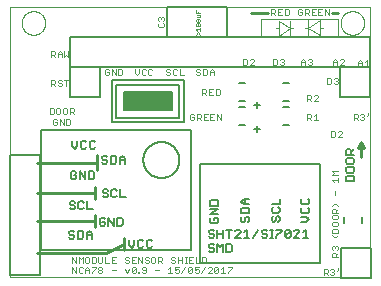
<source format=gto>
G75*
%MOIN*%
%OFA0B0*%
%FSLAX25Y25*%
%IPPOS*%
%LPD*%
%AMOC8*
5,1,8,0,0,1.08239X$1,22.5*
%
%ADD10C,0.00000*%
%ADD11C,0.00400*%
%ADD12C,0.00500*%
%ADD13C,0.01000*%
%ADD14C,0.00200*%
%ADD15C,0.00236*%
D10*
X0001500Y0011270D02*
X0001500Y0101270D01*
X0121500Y0101270D01*
X0121500Y0011270D01*
X0001500Y0011270D01*
X0005437Y0095916D02*
X0005439Y0096041D01*
X0005445Y0096166D01*
X0005455Y0096290D01*
X0005469Y0096414D01*
X0005486Y0096538D01*
X0005508Y0096661D01*
X0005534Y0096783D01*
X0005563Y0096905D01*
X0005596Y0097025D01*
X0005634Y0097144D01*
X0005674Y0097263D01*
X0005719Y0097379D01*
X0005767Y0097494D01*
X0005819Y0097608D01*
X0005875Y0097720D01*
X0005934Y0097830D01*
X0005996Y0097938D01*
X0006062Y0098045D01*
X0006131Y0098149D01*
X0006204Y0098250D01*
X0006279Y0098350D01*
X0006358Y0098447D01*
X0006440Y0098541D01*
X0006525Y0098633D01*
X0006612Y0098722D01*
X0006703Y0098808D01*
X0006796Y0098891D01*
X0006892Y0098972D01*
X0006990Y0099049D01*
X0007090Y0099123D01*
X0007193Y0099194D01*
X0007298Y0099261D01*
X0007406Y0099326D01*
X0007515Y0099386D01*
X0007626Y0099444D01*
X0007739Y0099497D01*
X0007853Y0099547D01*
X0007969Y0099594D01*
X0008086Y0099636D01*
X0008205Y0099675D01*
X0008325Y0099711D01*
X0008446Y0099742D01*
X0008568Y0099770D01*
X0008690Y0099793D01*
X0008814Y0099813D01*
X0008938Y0099829D01*
X0009062Y0099841D01*
X0009187Y0099849D01*
X0009312Y0099853D01*
X0009436Y0099853D01*
X0009561Y0099849D01*
X0009686Y0099841D01*
X0009810Y0099829D01*
X0009934Y0099813D01*
X0010058Y0099793D01*
X0010180Y0099770D01*
X0010302Y0099742D01*
X0010423Y0099711D01*
X0010543Y0099675D01*
X0010662Y0099636D01*
X0010779Y0099594D01*
X0010895Y0099547D01*
X0011009Y0099497D01*
X0011122Y0099444D01*
X0011233Y0099386D01*
X0011343Y0099326D01*
X0011450Y0099261D01*
X0011555Y0099194D01*
X0011658Y0099123D01*
X0011758Y0099049D01*
X0011856Y0098972D01*
X0011952Y0098891D01*
X0012045Y0098808D01*
X0012136Y0098722D01*
X0012223Y0098633D01*
X0012308Y0098541D01*
X0012390Y0098447D01*
X0012469Y0098350D01*
X0012544Y0098250D01*
X0012617Y0098149D01*
X0012686Y0098045D01*
X0012752Y0097938D01*
X0012814Y0097830D01*
X0012873Y0097720D01*
X0012929Y0097608D01*
X0012981Y0097494D01*
X0013029Y0097379D01*
X0013074Y0097263D01*
X0013114Y0097144D01*
X0013152Y0097025D01*
X0013185Y0096905D01*
X0013214Y0096783D01*
X0013240Y0096661D01*
X0013262Y0096538D01*
X0013279Y0096414D01*
X0013293Y0096290D01*
X0013303Y0096166D01*
X0013309Y0096041D01*
X0013311Y0095916D01*
X0013309Y0095791D01*
X0013303Y0095666D01*
X0013293Y0095542D01*
X0013279Y0095418D01*
X0013262Y0095294D01*
X0013240Y0095171D01*
X0013214Y0095049D01*
X0013185Y0094927D01*
X0013152Y0094807D01*
X0013114Y0094688D01*
X0013074Y0094569D01*
X0013029Y0094453D01*
X0012981Y0094338D01*
X0012929Y0094224D01*
X0012873Y0094112D01*
X0012814Y0094002D01*
X0012752Y0093894D01*
X0012686Y0093787D01*
X0012617Y0093683D01*
X0012544Y0093582D01*
X0012469Y0093482D01*
X0012390Y0093385D01*
X0012308Y0093291D01*
X0012223Y0093199D01*
X0012136Y0093110D01*
X0012045Y0093024D01*
X0011952Y0092941D01*
X0011856Y0092860D01*
X0011758Y0092783D01*
X0011658Y0092709D01*
X0011555Y0092638D01*
X0011450Y0092571D01*
X0011342Y0092506D01*
X0011233Y0092446D01*
X0011122Y0092388D01*
X0011009Y0092335D01*
X0010895Y0092285D01*
X0010779Y0092238D01*
X0010662Y0092196D01*
X0010543Y0092157D01*
X0010423Y0092121D01*
X0010302Y0092090D01*
X0010180Y0092062D01*
X0010058Y0092039D01*
X0009934Y0092019D01*
X0009810Y0092003D01*
X0009686Y0091991D01*
X0009561Y0091983D01*
X0009436Y0091979D01*
X0009312Y0091979D01*
X0009187Y0091983D01*
X0009062Y0091991D01*
X0008938Y0092003D01*
X0008814Y0092019D01*
X0008690Y0092039D01*
X0008568Y0092062D01*
X0008446Y0092090D01*
X0008325Y0092121D01*
X0008205Y0092157D01*
X0008086Y0092196D01*
X0007969Y0092238D01*
X0007853Y0092285D01*
X0007739Y0092335D01*
X0007626Y0092388D01*
X0007515Y0092446D01*
X0007405Y0092506D01*
X0007298Y0092571D01*
X0007193Y0092638D01*
X0007090Y0092709D01*
X0006990Y0092783D01*
X0006892Y0092860D01*
X0006796Y0092941D01*
X0006703Y0093024D01*
X0006612Y0093110D01*
X0006525Y0093199D01*
X0006440Y0093291D01*
X0006358Y0093385D01*
X0006279Y0093482D01*
X0006204Y0093582D01*
X0006131Y0093683D01*
X0006062Y0093787D01*
X0005996Y0093894D01*
X0005934Y0094002D01*
X0005875Y0094112D01*
X0005819Y0094224D01*
X0005767Y0094338D01*
X0005719Y0094453D01*
X0005674Y0094569D01*
X0005634Y0094688D01*
X0005596Y0094807D01*
X0005563Y0094927D01*
X0005534Y0095049D01*
X0005508Y0095171D01*
X0005486Y0095294D01*
X0005469Y0095418D01*
X0005455Y0095542D01*
X0005445Y0095666D01*
X0005439Y0095791D01*
X0005437Y0095916D01*
X0111736Y0095916D02*
X0111738Y0096041D01*
X0111744Y0096166D01*
X0111754Y0096290D01*
X0111768Y0096414D01*
X0111785Y0096538D01*
X0111807Y0096661D01*
X0111833Y0096783D01*
X0111862Y0096905D01*
X0111895Y0097025D01*
X0111933Y0097144D01*
X0111973Y0097263D01*
X0112018Y0097379D01*
X0112066Y0097494D01*
X0112118Y0097608D01*
X0112174Y0097720D01*
X0112233Y0097830D01*
X0112295Y0097938D01*
X0112361Y0098045D01*
X0112430Y0098149D01*
X0112503Y0098250D01*
X0112578Y0098350D01*
X0112657Y0098447D01*
X0112739Y0098541D01*
X0112824Y0098633D01*
X0112911Y0098722D01*
X0113002Y0098808D01*
X0113095Y0098891D01*
X0113191Y0098972D01*
X0113289Y0099049D01*
X0113389Y0099123D01*
X0113492Y0099194D01*
X0113597Y0099261D01*
X0113705Y0099326D01*
X0113814Y0099386D01*
X0113925Y0099444D01*
X0114038Y0099497D01*
X0114152Y0099547D01*
X0114268Y0099594D01*
X0114385Y0099636D01*
X0114504Y0099675D01*
X0114624Y0099711D01*
X0114745Y0099742D01*
X0114867Y0099770D01*
X0114989Y0099793D01*
X0115113Y0099813D01*
X0115237Y0099829D01*
X0115361Y0099841D01*
X0115486Y0099849D01*
X0115611Y0099853D01*
X0115735Y0099853D01*
X0115860Y0099849D01*
X0115985Y0099841D01*
X0116109Y0099829D01*
X0116233Y0099813D01*
X0116357Y0099793D01*
X0116479Y0099770D01*
X0116601Y0099742D01*
X0116722Y0099711D01*
X0116842Y0099675D01*
X0116961Y0099636D01*
X0117078Y0099594D01*
X0117194Y0099547D01*
X0117308Y0099497D01*
X0117421Y0099444D01*
X0117532Y0099386D01*
X0117642Y0099326D01*
X0117749Y0099261D01*
X0117854Y0099194D01*
X0117957Y0099123D01*
X0118057Y0099049D01*
X0118155Y0098972D01*
X0118251Y0098891D01*
X0118344Y0098808D01*
X0118435Y0098722D01*
X0118522Y0098633D01*
X0118607Y0098541D01*
X0118689Y0098447D01*
X0118768Y0098350D01*
X0118843Y0098250D01*
X0118916Y0098149D01*
X0118985Y0098045D01*
X0119051Y0097938D01*
X0119113Y0097830D01*
X0119172Y0097720D01*
X0119228Y0097608D01*
X0119280Y0097494D01*
X0119328Y0097379D01*
X0119373Y0097263D01*
X0119413Y0097144D01*
X0119451Y0097025D01*
X0119484Y0096905D01*
X0119513Y0096783D01*
X0119539Y0096661D01*
X0119561Y0096538D01*
X0119578Y0096414D01*
X0119592Y0096290D01*
X0119602Y0096166D01*
X0119608Y0096041D01*
X0119610Y0095916D01*
X0119608Y0095791D01*
X0119602Y0095666D01*
X0119592Y0095542D01*
X0119578Y0095418D01*
X0119561Y0095294D01*
X0119539Y0095171D01*
X0119513Y0095049D01*
X0119484Y0094927D01*
X0119451Y0094807D01*
X0119413Y0094688D01*
X0119373Y0094569D01*
X0119328Y0094453D01*
X0119280Y0094338D01*
X0119228Y0094224D01*
X0119172Y0094112D01*
X0119113Y0094002D01*
X0119051Y0093894D01*
X0118985Y0093787D01*
X0118916Y0093683D01*
X0118843Y0093582D01*
X0118768Y0093482D01*
X0118689Y0093385D01*
X0118607Y0093291D01*
X0118522Y0093199D01*
X0118435Y0093110D01*
X0118344Y0093024D01*
X0118251Y0092941D01*
X0118155Y0092860D01*
X0118057Y0092783D01*
X0117957Y0092709D01*
X0117854Y0092638D01*
X0117749Y0092571D01*
X0117641Y0092506D01*
X0117532Y0092446D01*
X0117421Y0092388D01*
X0117308Y0092335D01*
X0117194Y0092285D01*
X0117078Y0092238D01*
X0116961Y0092196D01*
X0116842Y0092157D01*
X0116722Y0092121D01*
X0116601Y0092090D01*
X0116479Y0092062D01*
X0116357Y0092039D01*
X0116233Y0092019D01*
X0116109Y0092003D01*
X0115985Y0091991D01*
X0115860Y0091983D01*
X0115735Y0091979D01*
X0115611Y0091979D01*
X0115486Y0091983D01*
X0115361Y0091991D01*
X0115237Y0092003D01*
X0115113Y0092019D01*
X0114989Y0092039D01*
X0114867Y0092062D01*
X0114745Y0092090D01*
X0114624Y0092121D01*
X0114504Y0092157D01*
X0114385Y0092196D01*
X0114268Y0092238D01*
X0114152Y0092285D01*
X0114038Y0092335D01*
X0113925Y0092388D01*
X0113814Y0092446D01*
X0113704Y0092506D01*
X0113597Y0092571D01*
X0113492Y0092638D01*
X0113389Y0092709D01*
X0113289Y0092783D01*
X0113191Y0092860D01*
X0113095Y0092941D01*
X0113002Y0093024D01*
X0112911Y0093110D01*
X0112824Y0093199D01*
X0112739Y0093291D01*
X0112657Y0093385D01*
X0112578Y0093482D01*
X0112503Y0093582D01*
X0112430Y0093683D01*
X0112361Y0093787D01*
X0112295Y0093894D01*
X0112233Y0094002D01*
X0112174Y0094112D01*
X0112118Y0094224D01*
X0112066Y0094338D01*
X0112018Y0094453D01*
X0111973Y0094569D01*
X0111933Y0094688D01*
X0111895Y0094807D01*
X0111862Y0094927D01*
X0111833Y0095049D01*
X0111807Y0095171D01*
X0111785Y0095294D01*
X0111768Y0095418D01*
X0111754Y0095542D01*
X0111744Y0095666D01*
X0111738Y0095791D01*
X0111736Y0095916D01*
D11*
X0107874Y0098470D02*
X0107874Y0100472D01*
X0106540Y0100472D02*
X0107874Y0098470D01*
X0106540Y0098470D02*
X0106540Y0100472D01*
X0105664Y0100472D02*
X0104330Y0100472D01*
X0104330Y0098470D01*
X0105664Y0098470D01*
X0104997Y0099471D02*
X0104330Y0099471D01*
X0103454Y0100472D02*
X0102120Y0100472D01*
X0102120Y0098470D01*
X0103454Y0098470D01*
X0102787Y0099471D02*
X0102120Y0099471D01*
X0101244Y0099471D02*
X0101244Y0100138D01*
X0100911Y0100472D01*
X0099910Y0100472D01*
X0099910Y0098470D01*
X0099910Y0099137D02*
X0100911Y0099137D01*
X0101244Y0099471D01*
X0100577Y0099137D02*
X0101244Y0098470D01*
X0099034Y0098804D02*
X0098701Y0098470D01*
X0098034Y0098470D01*
X0097700Y0098804D01*
X0097700Y0100138D01*
X0098034Y0100472D01*
X0098701Y0100472D01*
X0099034Y0100138D01*
X0099034Y0099471D02*
X0098367Y0099471D01*
X0099034Y0099471D02*
X0099034Y0098804D01*
X0094454Y0098804D02*
X0094454Y0100138D01*
X0094121Y0100472D01*
X0093120Y0100472D01*
X0093120Y0098470D01*
X0094121Y0098470D01*
X0094454Y0098804D01*
X0092244Y0098470D02*
X0090910Y0098470D01*
X0090910Y0100472D01*
X0092244Y0100472D01*
X0091577Y0099471D02*
X0090910Y0099471D01*
X0090034Y0099471D02*
X0090034Y0100138D01*
X0089701Y0100472D01*
X0088700Y0100472D01*
X0088700Y0098470D01*
X0088700Y0099137D02*
X0089701Y0099137D01*
X0090034Y0099471D01*
X0089367Y0099137D02*
X0090034Y0098470D01*
X0090201Y0083972D02*
X0089200Y0083972D01*
X0089200Y0081970D01*
X0090201Y0081970D01*
X0090534Y0082304D01*
X0090534Y0083638D01*
X0090201Y0083972D01*
X0091410Y0083638D02*
X0091743Y0083972D01*
X0092411Y0083972D01*
X0092744Y0083638D01*
X0092744Y0083305D01*
X0092411Y0082971D01*
X0092744Y0082637D01*
X0092744Y0082304D01*
X0092411Y0081970D01*
X0091743Y0081970D01*
X0091410Y0082304D01*
X0092077Y0082971D02*
X0092411Y0082971D01*
X0098700Y0082971D02*
X0100034Y0082971D01*
X0100034Y0083305D02*
X0100034Y0081970D01*
X0100910Y0082304D02*
X0101243Y0081970D01*
X0101911Y0081970D01*
X0102244Y0082304D01*
X0102244Y0082637D01*
X0101911Y0082971D01*
X0101577Y0082971D01*
X0101911Y0082971D02*
X0102244Y0083305D01*
X0102244Y0083638D01*
X0101911Y0083972D01*
X0101243Y0083972D01*
X0100910Y0083638D01*
X0100034Y0083305D02*
X0099367Y0083972D01*
X0098700Y0083305D01*
X0098700Y0081970D01*
X0107200Y0077472D02*
X0107200Y0075470D01*
X0108201Y0075470D01*
X0108534Y0075804D01*
X0108534Y0077138D01*
X0108201Y0077472D01*
X0107200Y0077472D01*
X0109410Y0077138D02*
X0109743Y0077472D01*
X0110411Y0077472D01*
X0110744Y0077138D01*
X0110744Y0076805D01*
X0110411Y0076471D01*
X0110744Y0076137D01*
X0110744Y0075804D01*
X0110411Y0075470D01*
X0109743Y0075470D01*
X0109410Y0075804D01*
X0110077Y0076471D02*
X0110411Y0076471D01*
X0110534Y0081970D02*
X0110534Y0083305D01*
X0109867Y0083972D01*
X0109200Y0083305D01*
X0109200Y0081970D01*
X0109200Y0082971D02*
X0110534Y0082971D01*
X0111410Y0083638D02*
X0111743Y0083972D01*
X0112411Y0083972D01*
X0112744Y0083638D01*
X0112744Y0083305D01*
X0111410Y0081970D01*
X0112744Y0081970D01*
X0117700Y0081470D02*
X0117700Y0082805D01*
X0118367Y0083472D01*
X0119034Y0082805D01*
X0119034Y0081470D01*
X0119910Y0081470D02*
X0121244Y0081470D01*
X0120577Y0081470D02*
X0120577Y0083472D01*
X0119910Y0082805D01*
X0119034Y0082471D02*
X0117700Y0082471D01*
X0104244Y0071638D02*
X0103911Y0071972D01*
X0103243Y0071972D01*
X0102910Y0071638D01*
X0102034Y0071638D02*
X0102034Y0070971D01*
X0101701Y0070637D01*
X0100700Y0070637D01*
X0100700Y0069970D02*
X0100700Y0071972D01*
X0101701Y0071972D01*
X0102034Y0071638D01*
X0101367Y0070637D02*
X0102034Y0069970D01*
X0102910Y0069970D02*
X0104244Y0071305D01*
X0104244Y0071638D01*
X0104244Y0069970D02*
X0102910Y0069970D01*
X0103577Y0065472D02*
X0102910Y0064805D01*
X0102034Y0065138D02*
X0102034Y0064471D01*
X0101701Y0064137D01*
X0100700Y0064137D01*
X0100700Y0063470D02*
X0100700Y0065472D01*
X0101701Y0065472D01*
X0102034Y0065138D01*
X0101367Y0064137D02*
X0102034Y0063470D01*
X0102910Y0063470D02*
X0104244Y0063470D01*
X0103577Y0063470D02*
X0103577Y0065472D01*
X0108700Y0059972D02*
X0109701Y0059972D01*
X0110034Y0059638D01*
X0110034Y0058304D01*
X0109701Y0057970D01*
X0108700Y0057970D01*
X0108700Y0059972D01*
X0110910Y0059638D02*
X0111243Y0059972D01*
X0111911Y0059972D01*
X0112244Y0059638D01*
X0112244Y0059305D01*
X0110910Y0057970D01*
X0112244Y0057970D01*
X0116175Y0063570D02*
X0116175Y0065572D01*
X0117176Y0065572D01*
X0117510Y0065238D01*
X0117510Y0064571D01*
X0117176Y0064237D01*
X0116175Y0064237D01*
X0116843Y0064237D02*
X0117510Y0063570D01*
X0118385Y0063904D02*
X0118719Y0063570D01*
X0119386Y0063570D01*
X0119720Y0063904D01*
X0119720Y0064237D01*
X0119386Y0064571D01*
X0119052Y0064571D01*
X0119386Y0064571D02*
X0119720Y0064905D01*
X0119720Y0065238D01*
X0119386Y0065572D01*
X0118719Y0065572D01*
X0118385Y0065238D01*
X0120595Y0064905D02*
X0120929Y0065238D01*
X0120929Y0065905D01*
X0110800Y0046560D02*
X0108798Y0046560D01*
X0109466Y0045892D01*
X0108798Y0045225D01*
X0110800Y0045225D01*
X0110800Y0044350D02*
X0110800Y0043015D01*
X0110800Y0043683D02*
X0108798Y0043683D01*
X0109466Y0043015D01*
X0109799Y0039930D02*
X0109799Y0038596D01*
X0109466Y0035580D02*
X0108798Y0034912D01*
X0109132Y0034037D02*
X0109799Y0034037D01*
X0110133Y0033703D01*
X0110133Y0032703D01*
X0110133Y0033370D02*
X0110800Y0034037D01*
X0110800Y0034912D02*
X0110133Y0035580D01*
X0109466Y0035580D01*
X0109132Y0034037D02*
X0108798Y0033703D01*
X0108798Y0032703D01*
X0110800Y0032703D01*
X0110466Y0031827D02*
X0109132Y0031827D01*
X0108798Y0031494D01*
X0108798Y0030826D01*
X0109132Y0030493D01*
X0110466Y0030493D01*
X0110800Y0030826D01*
X0110800Y0031494D01*
X0110466Y0031827D01*
X0110466Y0029617D02*
X0109132Y0029617D01*
X0108798Y0029284D01*
X0108798Y0028616D01*
X0109132Y0028283D01*
X0110466Y0028283D01*
X0110800Y0028616D01*
X0110800Y0029284D01*
X0110466Y0029617D01*
X0110466Y0027407D02*
X0109132Y0027407D01*
X0108798Y0027074D01*
X0108798Y0026073D01*
X0110800Y0026073D01*
X0110800Y0027074D01*
X0110466Y0027407D01*
X0110800Y0025267D02*
X0110133Y0024600D01*
X0109466Y0024600D01*
X0108798Y0025267D01*
X0109132Y0021514D02*
X0109466Y0021514D01*
X0109799Y0021181D01*
X0110133Y0021514D01*
X0110466Y0021514D01*
X0110800Y0021181D01*
X0110800Y0020514D01*
X0110466Y0020180D01*
X0110800Y0019305D02*
X0110133Y0018637D01*
X0110133Y0018971D02*
X0110133Y0017970D01*
X0110800Y0017970D02*
X0108798Y0017970D01*
X0108798Y0018971D01*
X0109132Y0019305D01*
X0109799Y0019305D01*
X0110133Y0018971D01*
X0109132Y0020180D02*
X0108798Y0020514D01*
X0108798Y0021181D01*
X0109132Y0021514D01*
X0109799Y0021181D02*
X0109799Y0020847D01*
X0110929Y0014405D02*
X0110929Y0013738D01*
X0110595Y0013405D01*
X0109720Y0013405D02*
X0109386Y0013071D01*
X0109720Y0012737D01*
X0109720Y0012404D01*
X0109386Y0012070D01*
X0108719Y0012070D01*
X0108385Y0012404D01*
X0107510Y0012070D02*
X0106843Y0012737D01*
X0107176Y0012737D02*
X0106175Y0012737D01*
X0106175Y0012070D02*
X0106175Y0014072D01*
X0107176Y0014072D01*
X0107510Y0013738D01*
X0107510Y0013071D01*
X0107176Y0012737D01*
X0108385Y0013738D02*
X0108719Y0014072D01*
X0109386Y0014072D01*
X0109720Y0013738D01*
X0109720Y0013405D01*
X0109386Y0013071D02*
X0109052Y0013071D01*
X0075467Y0014138D02*
X0074132Y0012804D01*
X0074132Y0012470D01*
X0073257Y0012470D02*
X0071922Y0012470D01*
X0072590Y0012470D02*
X0072590Y0014472D01*
X0071922Y0013805D01*
X0071047Y0014138D02*
X0071047Y0012804D01*
X0070713Y0012470D01*
X0070046Y0012470D01*
X0069712Y0012804D01*
X0071047Y0014138D01*
X0070713Y0014472D01*
X0070046Y0014472D01*
X0069712Y0014138D01*
X0069712Y0012804D01*
X0068837Y0012470D02*
X0067503Y0012470D01*
X0068837Y0013805D01*
X0068837Y0014138D01*
X0068503Y0014472D01*
X0067836Y0014472D01*
X0067503Y0014138D01*
X0066627Y0014472D02*
X0065293Y0012470D01*
X0064417Y0012804D02*
X0064084Y0012470D01*
X0063416Y0012470D01*
X0063083Y0012804D01*
X0063083Y0013471D02*
X0063750Y0013805D01*
X0064084Y0013805D01*
X0064417Y0013471D01*
X0064417Y0012804D01*
X0063083Y0013471D02*
X0063083Y0014472D01*
X0064417Y0014472D01*
X0064786Y0016070D02*
X0063451Y0016070D01*
X0063451Y0018072D01*
X0062576Y0018072D02*
X0061241Y0018072D01*
X0061241Y0016070D01*
X0062576Y0016070D01*
X0061908Y0017071D02*
X0061241Y0017071D01*
X0060435Y0018072D02*
X0059768Y0018072D01*
X0060102Y0018072D02*
X0060102Y0016070D01*
X0060435Y0016070D02*
X0059768Y0016070D01*
X0058893Y0016070D02*
X0058893Y0018072D01*
X0058893Y0017071D02*
X0057558Y0017071D01*
X0056683Y0016737D02*
X0056683Y0016404D01*
X0056349Y0016070D01*
X0055682Y0016070D01*
X0055348Y0016404D01*
X0055682Y0017071D02*
X0055348Y0017405D01*
X0055348Y0017738D01*
X0055682Y0018072D01*
X0056349Y0018072D01*
X0056683Y0017738D01*
X0056349Y0017071D02*
X0056683Y0016737D01*
X0056349Y0017071D02*
X0055682Y0017071D01*
X0057558Y0016070D02*
X0057558Y0018072D01*
X0057788Y0014472D02*
X0056453Y0014472D01*
X0056453Y0013471D01*
X0057120Y0013805D01*
X0057454Y0013805D01*
X0057788Y0013471D01*
X0057788Y0012804D01*
X0057454Y0012470D01*
X0056787Y0012470D01*
X0056453Y0012804D01*
X0055578Y0012470D02*
X0054243Y0012470D01*
X0054910Y0012470D02*
X0054910Y0014472D01*
X0054243Y0013805D01*
X0052263Y0016070D02*
X0051596Y0016737D01*
X0051929Y0016737D02*
X0050928Y0016737D01*
X0050928Y0016070D02*
X0050928Y0018072D01*
X0051929Y0018072D01*
X0052263Y0017738D01*
X0052263Y0017071D01*
X0051929Y0016737D01*
X0050053Y0016404D02*
X0050053Y0017738D01*
X0049719Y0018072D01*
X0049052Y0018072D01*
X0048719Y0017738D01*
X0048719Y0016404D01*
X0049052Y0016070D01*
X0049719Y0016070D01*
X0050053Y0016404D01*
X0047843Y0016404D02*
X0047843Y0016737D01*
X0047510Y0017071D01*
X0046842Y0017071D01*
X0046509Y0017405D01*
X0046509Y0017738D01*
X0046842Y0018072D01*
X0047510Y0018072D01*
X0047843Y0017738D01*
X0047843Y0016404D02*
X0047510Y0016070D01*
X0046842Y0016070D01*
X0046509Y0016404D01*
X0045633Y0016070D02*
X0045633Y0018072D01*
X0044299Y0018072D02*
X0045633Y0016070D01*
X0044299Y0016070D02*
X0044299Y0018072D01*
X0043423Y0018072D02*
X0042089Y0018072D01*
X0042089Y0016070D01*
X0043423Y0016070D01*
X0042756Y0017071D02*
X0042089Y0017071D01*
X0041214Y0016737D02*
X0041214Y0016404D01*
X0040880Y0016070D01*
X0040213Y0016070D01*
X0039879Y0016404D01*
X0040213Y0017071D02*
X0040880Y0017071D01*
X0041214Y0016737D01*
X0041214Y0017738D02*
X0040880Y0018072D01*
X0040213Y0018072D01*
X0039879Y0017738D01*
X0039879Y0017405D01*
X0040213Y0017071D01*
X0042423Y0014472D02*
X0043090Y0014472D01*
X0043423Y0014138D01*
X0042089Y0012804D01*
X0042423Y0012470D01*
X0043090Y0012470D01*
X0043423Y0012804D01*
X0043423Y0014138D01*
X0042423Y0014472D02*
X0042089Y0014138D01*
X0042089Y0012804D01*
X0041214Y0013805D02*
X0040546Y0012470D01*
X0039879Y0013805D01*
X0036794Y0013471D02*
X0035459Y0013471D01*
X0035459Y0016070D02*
X0036794Y0016070D01*
X0036127Y0017071D02*
X0035459Y0017071D01*
X0035459Y0018072D02*
X0035459Y0016070D01*
X0034584Y0016070D02*
X0033249Y0016070D01*
X0033249Y0018072D01*
X0032374Y0018072D02*
X0032374Y0016404D01*
X0032040Y0016070D01*
X0031373Y0016070D01*
X0031040Y0016404D01*
X0031040Y0018072D01*
X0030164Y0017738D02*
X0029830Y0018072D01*
X0028830Y0018072D01*
X0028830Y0016070D01*
X0029830Y0016070D01*
X0030164Y0016404D01*
X0030164Y0017738D01*
X0027954Y0017738D02*
X0027621Y0018072D01*
X0026953Y0018072D01*
X0026620Y0017738D01*
X0026620Y0016404D01*
X0026953Y0016070D01*
X0027621Y0016070D01*
X0027954Y0016404D01*
X0027954Y0017738D01*
X0025744Y0018072D02*
X0025744Y0016070D01*
X0024410Y0016070D02*
X0024410Y0018072D01*
X0025077Y0017405D01*
X0025744Y0018072D01*
X0023534Y0018072D02*
X0023534Y0016070D01*
X0022200Y0018072D01*
X0022200Y0016070D01*
X0022200Y0014472D02*
X0023534Y0012470D01*
X0023534Y0014472D01*
X0024410Y0014138D02*
X0024410Y0012804D01*
X0024743Y0012470D01*
X0025411Y0012470D01*
X0025744Y0012804D01*
X0026620Y0012470D02*
X0026620Y0013805D01*
X0027287Y0014472D01*
X0027954Y0013805D01*
X0027954Y0012470D01*
X0028830Y0012470D02*
X0028830Y0012804D01*
X0030164Y0014138D01*
X0030164Y0014472D01*
X0028830Y0014472D01*
X0027954Y0013471D02*
X0026620Y0013471D01*
X0025744Y0014138D02*
X0025411Y0014472D01*
X0024743Y0014472D01*
X0024410Y0014138D01*
X0022200Y0014472D02*
X0022200Y0012470D01*
X0031040Y0012804D02*
X0031040Y0013137D01*
X0031373Y0013471D01*
X0032040Y0013471D01*
X0032374Y0013137D01*
X0032374Y0012804D01*
X0032040Y0012470D01*
X0031373Y0012470D01*
X0031040Y0012804D01*
X0031373Y0013471D02*
X0031040Y0013805D01*
X0031040Y0014138D01*
X0031373Y0014472D01*
X0032040Y0014472D01*
X0032374Y0014138D01*
X0032374Y0013805D01*
X0032040Y0013471D01*
X0035459Y0018072D02*
X0036794Y0018072D01*
X0044299Y0012804D02*
X0044632Y0012804D01*
X0044632Y0012470D01*
X0044299Y0012470D01*
X0044299Y0012804D01*
X0045404Y0012804D02*
X0045737Y0012470D01*
X0046405Y0012470D01*
X0046738Y0012804D01*
X0046738Y0014138D01*
X0046405Y0014472D01*
X0045737Y0014472D01*
X0045404Y0014138D01*
X0045404Y0013805D01*
X0045737Y0013471D01*
X0046738Y0013471D01*
X0049823Y0013471D02*
X0051158Y0013471D01*
X0058663Y0012470D02*
X0059997Y0014472D01*
X0060873Y0014138D02*
X0061206Y0014472D01*
X0061874Y0014472D01*
X0062207Y0014138D01*
X0060873Y0012804D01*
X0061206Y0012470D01*
X0061874Y0012470D01*
X0062207Y0012804D01*
X0062207Y0014138D01*
X0060873Y0014138D02*
X0060873Y0012804D01*
X0065661Y0016070D02*
X0066662Y0016070D01*
X0066995Y0016404D01*
X0066995Y0017738D01*
X0066662Y0018072D01*
X0065661Y0018072D01*
X0065661Y0016070D01*
X0074132Y0014472D02*
X0075467Y0014472D01*
X0075467Y0014138D01*
X0021639Y0062304D02*
X0021306Y0061970D01*
X0020305Y0061970D01*
X0020305Y0063972D01*
X0021306Y0063972D01*
X0021639Y0063638D01*
X0021639Y0062304D01*
X0019430Y0061970D02*
X0019430Y0063972D01*
X0018095Y0063972D02*
X0019430Y0061970D01*
X0018095Y0061970D02*
X0018095Y0063972D01*
X0017220Y0063638D02*
X0016886Y0063972D01*
X0016219Y0063972D01*
X0015885Y0063638D01*
X0015885Y0062304D01*
X0016219Y0061970D01*
X0016886Y0061970D01*
X0017220Y0062304D01*
X0017220Y0062971D01*
X0016552Y0062971D01*
X0015781Y0065570D02*
X0014780Y0065570D01*
X0014780Y0067572D01*
X0015781Y0067572D01*
X0016115Y0067238D01*
X0016115Y0065904D01*
X0015781Y0065570D01*
X0016990Y0065904D02*
X0017324Y0065570D01*
X0017991Y0065570D01*
X0018325Y0065904D01*
X0018325Y0067238D01*
X0017991Y0067572D01*
X0017324Y0067572D01*
X0016990Y0067238D01*
X0016990Y0065904D01*
X0019200Y0065904D02*
X0019534Y0065570D01*
X0020201Y0065570D01*
X0020534Y0065904D01*
X0020534Y0067238D01*
X0020201Y0067572D01*
X0019534Y0067572D01*
X0019200Y0067238D01*
X0019200Y0065904D01*
X0021410Y0066237D02*
X0022411Y0066237D01*
X0022744Y0066571D01*
X0022744Y0067238D01*
X0022411Y0067572D01*
X0021410Y0067572D01*
X0021410Y0065570D01*
X0022077Y0066237D02*
X0022744Y0065570D01*
X0020287Y0074970D02*
X0020287Y0076972D01*
X0019620Y0076972D02*
X0020954Y0076972D01*
X0018744Y0076638D02*
X0018411Y0076972D01*
X0017743Y0076972D01*
X0017410Y0076638D01*
X0017410Y0076305D01*
X0017743Y0075971D01*
X0018411Y0075971D01*
X0018744Y0075637D01*
X0018744Y0075304D01*
X0018411Y0074970D01*
X0017743Y0074970D01*
X0017410Y0075304D01*
X0016534Y0074970D02*
X0015867Y0075637D01*
X0016201Y0075637D02*
X0015200Y0075637D01*
X0015200Y0074970D02*
X0015200Y0076972D01*
X0016201Y0076972D01*
X0016534Y0076638D01*
X0016534Y0075971D01*
X0016201Y0075637D01*
X0016534Y0084470D02*
X0015867Y0085137D01*
X0016201Y0085137D02*
X0015200Y0085137D01*
X0015200Y0084470D02*
X0015200Y0086472D01*
X0016201Y0086472D01*
X0016534Y0086138D01*
X0016534Y0085471D01*
X0016201Y0085137D01*
X0017410Y0085471D02*
X0018744Y0085471D01*
X0018744Y0085805D02*
X0018744Y0084470D01*
X0019620Y0084470D02*
X0020287Y0085137D01*
X0020954Y0084470D01*
X0020954Y0086472D01*
X0019620Y0086472D02*
X0019620Y0084470D01*
X0018744Y0085805D02*
X0018077Y0086472D01*
X0017410Y0085805D01*
X0017410Y0084470D01*
X0033200Y0080138D02*
X0033200Y0078804D01*
X0033534Y0078470D01*
X0034201Y0078470D01*
X0034534Y0078804D01*
X0034534Y0079471D01*
X0033867Y0079471D01*
X0033200Y0080138D02*
X0033534Y0080472D01*
X0034201Y0080472D01*
X0034534Y0080138D01*
X0035410Y0080472D02*
X0035410Y0078470D01*
X0036744Y0078470D02*
X0036744Y0080472D01*
X0037620Y0080472D02*
X0038621Y0080472D01*
X0038954Y0080138D01*
X0038954Y0078804D01*
X0038621Y0078470D01*
X0037620Y0078470D01*
X0037620Y0080472D01*
X0036744Y0078470D02*
X0035410Y0080472D01*
X0043200Y0080472D02*
X0043200Y0079137D01*
X0043867Y0078470D01*
X0044534Y0079137D01*
X0044534Y0080472D01*
X0045410Y0080138D02*
X0045410Y0078804D01*
X0045743Y0078470D01*
X0046411Y0078470D01*
X0046744Y0078804D01*
X0047620Y0078804D02*
X0047953Y0078470D01*
X0048621Y0078470D01*
X0048954Y0078804D01*
X0048954Y0080138D02*
X0048621Y0080472D01*
X0047953Y0080472D01*
X0047620Y0080138D01*
X0047620Y0078804D01*
X0046744Y0080138D02*
X0046411Y0080472D01*
X0045743Y0080472D01*
X0045410Y0080138D01*
X0053700Y0080138D02*
X0053700Y0079805D01*
X0054034Y0079471D01*
X0054701Y0079471D01*
X0055034Y0079137D01*
X0055034Y0078804D01*
X0054701Y0078470D01*
X0054034Y0078470D01*
X0053700Y0078804D01*
X0053700Y0080138D02*
X0054034Y0080472D01*
X0054701Y0080472D01*
X0055034Y0080138D01*
X0055910Y0080138D02*
X0055910Y0078804D01*
X0056243Y0078470D01*
X0056911Y0078470D01*
X0057244Y0078804D01*
X0058120Y0078470D02*
X0059454Y0078470D01*
X0058120Y0078470D02*
X0058120Y0080472D01*
X0057244Y0080138D02*
X0056911Y0080472D01*
X0056243Y0080472D01*
X0055910Y0080138D01*
X0063700Y0080138D02*
X0063700Y0079805D01*
X0064034Y0079471D01*
X0064701Y0079471D01*
X0065034Y0079137D01*
X0065034Y0078804D01*
X0064701Y0078470D01*
X0064034Y0078470D01*
X0063700Y0078804D01*
X0063700Y0080138D02*
X0064034Y0080472D01*
X0064701Y0080472D01*
X0065034Y0080138D01*
X0065910Y0080472D02*
X0065910Y0078470D01*
X0066911Y0078470D01*
X0067244Y0078804D01*
X0067244Y0080138D01*
X0066911Y0080472D01*
X0065910Y0080472D01*
X0068120Y0079805D02*
X0068120Y0078470D01*
X0068120Y0079471D02*
X0069454Y0079471D01*
X0069454Y0079805D02*
X0069454Y0078470D01*
X0069454Y0079805D02*
X0068787Y0080472D01*
X0068120Y0079805D01*
X0067910Y0073972D02*
X0067910Y0071970D01*
X0069244Y0071970D01*
X0070120Y0071970D02*
X0071121Y0071970D01*
X0071454Y0072304D01*
X0071454Y0073638D01*
X0071121Y0073972D01*
X0070120Y0073972D01*
X0070120Y0071970D01*
X0068577Y0072971D02*
X0067910Y0072971D01*
X0067034Y0072971D02*
X0066701Y0072637D01*
X0065700Y0072637D01*
X0065700Y0071970D02*
X0065700Y0073972D01*
X0066701Y0073972D01*
X0067034Y0073638D01*
X0067034Y0072971D01*
X0066367Y0072637D02*
X0067034Y0071970D01*
X0067910Y0073972D02*
X0069244Y0073972D01*
X0069664Y0065472D02*
X0068330Y0065472D01*
X0068330Y0063470D01*
X0069664Y0063470D01*
X0070540Y0063470D02*
X0070540Y0065472D01*
X0071874Y0063470D01*
X0071874Y0065472D01*
X0068997Y0064471D02*
X0068330Y0064471D01*
X0067454Y0065472D02*
X0066120Y0065472D01*
X0066120Y0063470D01*
X0067454Y0063470D01*
X0066787Y0064471D02*
X0066120Y0064471D01*
X0065244Y0064471D02*
X0065244Y0065138D01*
X0064911Y0065472D01*
X0063910Y0065472D01*
X0063910Y0063470D01*
X0063910Y0064137D02*
X0064911Y0064137D01*
X0065244Y0064471D01*
X0064577Y0064137D02*
X0065244Y0063470D01*
X0063034Y0063804D02*
X0063034Y0064471D01*
X0062367Y0064471D01*
X0061700Y0065138D02*
X0061700Y0063804D01*
X0062034Y0063470D01*
X0062701Y0063470D01*
X0063034Y0063804D01*
X0063034Y0065138D02*
X0062701Y0065472D01*
X0062034Y0065472D01*
X0061700Y0065138D01*
X0079200Y0081970D02*
X0080201Y0081970D01*
X0080534Y0082304D01*
X0080534Y0083638D01*
X0080201Y0083972D01*
X0079200Y0083972D01*
X0079200Y0081970D01*
X0081410Y0081970D02*
X0082744Y0083305D01*
X0082744Y0083638D01*
X0082411Y0083972D01*
X0081743Y0083972D01*
X0081410Y0083638D01*
X0081410Y0081970D02*
X0082744Y0081970D01*
X0052800Y0094804D02*
X0052466Y0094470D01*
X0051132Y0094470D01*
X0050798Y0094804D01*
X0050798Y0095471D01*
X0051132Y0095805D01*
X0051132Y0096680D02*
X0050798Y0097014D01*
X0050798Y0097681D01*
X0051132Y0098014D01*
X0051466Y0098014D01*
X0051799Y0097681D01*
X0052133Y0098014D01*
X0052466Y0098014D01*
X0052800Y0097681D01*
X0052800Y0097014D01*
X0052466Y0096680D01*
X0052466Y0095805D02*
X0052800Y0095471D01*
X0052800Y0094804D01*
X0051799Y0097347D02*
X0051799Y0097681D01*
D12*
X0054000Y0101270D02*
X0074000Y0101270D01*
X0074000Y0091270D01*
X0054000Y0091270D01*
X0054000Y0101270D01*
X0031500Y0081270D02*
X0031500Y0071270D01*
X0021500Y0071270D01*
X0021500Y0081270D01*
X0031500Y0081270D01*
X0035500Y0076770D02*
X0059500Y0076770D01*
X0059500Y0062770D01*
X0035500Y0062770D01*
X0035500Y0076770D01*
X0037000Y0075270D02*
X0058000Y0075270D01*
X0058000Y0064270D01*
X0037000Y0064270D01*
X0037000Y0075270D01*
X0039500Y0072770D02*
X0055500Y0072770D01*
X0055500Y0066770D01*
X0039500Y0066770D01*
X0039500Y0072770D01*
X0039500Y0072587D02*
X0055500Y0072587D01*
X0055500Y0072088D02*
X0039500Y0072088D01*
X0039500Y0071590D02*
X0055500Y0071590D01*
X0055500Y0071091D02*
X0039500Y0071091D01*
X0039500Y0070593D02*
X0055500Y0070593D01*
X0055500Y0070094D02*
X0039500Y0070094D01*
X0039500Y0069596D02*
X0055500Y0069596D01*
X0055500Y0069097D02*
X0039500Y0069097D01*
X0039500Y0068599D02*
X0055500Y0068599D01*
X0055500Y0068100D02*
X0039500Y0068100D01*
X0039500Y0067602D02*
X0055500Y0067602D01*
X0055500Y0067103D02*
X0039500Y0067103D01*
X0029494Y0056722D02*
X0028593Y0056722D01*
X0028143Y0056272D01*
X0028143Y0054470D01*
X0028593Y0054020D01*
X0029494Y0054020D01*
X0029945Y0054470D01*
X0029945Y0056272D02*
X0029494Y0056722D01*
X0026998Y0056272D02*
X0026548Y0056722D01*
X0025647Y0056722D01*
X0025197Y0056272D01*
X0025197Y0054470D01*
X0025647Y0054020D01*
X0026548Y0054020D01*
X0026998Y0054470D01*
X0024052Y0054921D02*
X0024052Y0056722D01*
X0024052Y0054921D02*
X0023151Y0054020D01*
X0022250Y0054921D01*
X0022250Y0056722D01*
X0012000Y0060270D02*
X0062000Y0060270D01*
X0062000Y0020270D01*
X0012000Y0020270D01*
X0012000Y0060270D01*
X0062000Y0060270D01*
X0046000Y0050270D02*
X0046002Y0050424D01*
X0046008Y0050579D01*
X0046018Y0050733D01*
X0046032Y0050887D01*
X0046050Y0051040D01*
X0046071Y0051193D01*
X0046097Y0051346D01*
X0046127Y0051497D01*
X0046160Y0051648D01*
X0046198Y0051798D01*
X0046239Y0051947D01*
X0046284Y0052095D01*
X0046333Y0052241D01*
X0046386Y0052387D01*
X0046442Y0052530D01*
X0046502Y0052673D01*
X0046566Y0052813D01*
X0046633Y0052953D01*
X0046704Y0053090D01*
X0046778Y0053225D01*
X0046856Y0053359D01*
X0046937Y0053490D01*
X0047022Y0053619D01*
X0047110Y0053747D01*
X0047201Y0053871D01*
X0047295Y0053994D01*
X0047393Y0054114D01*
X0047493Y0054231D01*
X0047597Y0054346D01*
X0047703Y0054458D01*
X0047812Y0054567D01*
X0047924Y0054673D01*
X0048039Y0054777D01*
X0048156Y0054877D01*
X0048276Y0054975D01*
X0048399Y0055069D01*
X0048523Y0055160D01*
X0048651Y0055248D01*
X0048780Y0055333D01*
X0048911Y0055414D01*
X0049045Y0055492D01*
X0049180Y0055566D01*
X0049317Y0055637D01*
X0049457Y0055704D01*
X0049597Y0055768D01*
X0049740Y0055828D01*
X0049883Y0055884D01*
X0050029Y0055937D01*
X0050175Y0055986D01*
X0050323Y0056031D01*
X0050472Y0056072D01*
X0050622Y0056110D01*
X0050773Y0056143D01*
X0050924Y0056173D01*
X0051077Y0056199D01*
X0051230Y0056220D01*
X0051383Y0056238D01*
X0051537Y0056252D01*
X0051691Y0056262D01*
X0051846Y0056268D01*
X0052000Y0056270D01*
X0052154Y0056268D01*
X0052309Y0056262D01*
X0052463Y0056252D01*
X0052617Y0056238D01*
X0052770Y0056220D01*
X0052923Y0056199D01*
X0053076Y0056173D01*
X0053227Y0056143D01*
X0053378Y0056110D01*
X0053528Y0056072D01*
X0053677Y0056031D01*
X0053825Y0055986D01*
X0053971Y0055937D01*
X0054117Y0055884D01*
X0054260Y0055828D01*
X0054403Y0055768D01*
X0054543Y0055704D01*
X0054683Y0055637D01*
X0054820Y0055566D01*
X0054955Y0055492D01*
X0055089Y0055414D01*
X0055220Y0055333D01*
X0055349Y0055248D01*
X0055477Y0055160D01*
X0055601Y0055069D01*
X0055724Y0054975D01*
X0055844Y0054877D01*
X0055961Y0054777D01*
X0056076Y0054673D01*
X0056188Y0054567D01*
X0056297Y0054458D01*
X0056403Y0054346D01*
X0056507Y0054231D01*
X0056607Y0054114D01*
X0056705Y0053994D01*
X0056799Y0053871D01*
X0056890Y0053747D01*
X0056978Y0053619D01*
X0057063Y0053490D01*
X0057144Y0053359D01*
X0057222Y0053225D01*
X0057296Y0053090D01*
X0057367Y0052953D01*
X0057434Y0052813D01*
X0057498Y0052673D01*
X0057558Y0052530D01*
X0057614Y0052387D01*
X0057667Y0052241D01*
X0057716Y0052095D01*
X0057761Y0051947D01*
X0057802Y0051798D01*
X0057840Y0051648D01*
X0057873Y0051497D01*
X0057903Y0051346D01*
X0057929Y0051193D01*
X0057950Y0051040D01*
X0057968Y0050887D01*
X0057982Y0050733D01*
X0057992Y0050579D01*
X0057998Y0050424D01*
X0058000Y0050270D01*
X0057998Y0050116D01*
X0057992Y0049961D01*
X0057982Y0049807D01*
X0057968Y0049653D01*
X0057950Y0049500D01*
X0057929Y0049347D01*
X0057903Y0049194D01*
X0057873Y0049043D01*
X0057840Y0048892D01*
X0057802Y0048742D01*
X0057761Y0048593D01*
X0057716Y0048445D01*
X0057667Y0048299D01*
X0057614Y0048153D01*
X0057558Y0048010D01*
X0057498Y0047867D01*
X0057434Y0047727D01*
X0057367Y0047587D01*
X0057296Y0047450D01*
X0057222Y0047315D01*
X0057144Y0047181D01*
X0057063Y0047050D01*
X0056978Y0046921D01*
X0056890Y0046793D01*
X0056799Y0046669D01*
X0056705Y0046546D01*
X0056607Y0046426D01*
X0056507Y0046309D01*
X0056403Y0046194D01*
X0056297Y0046082D01*
X0056188Y0045973D01*
X0056076Y0045867D01*
X0055961Y0045763D01*
X0055844Y0045663D01*
X0055724Y0045565D01*
X0055601Y0045471D01*
X0055477Y0045380D01*
X0055349Y0045292D01*
X0055220Y0045207D01*
X0055089Y0045126D01*
X0054955Y0045048D01*
X0054820Y0044974D01*
X0054683Y0044903D01*
X0054543Y0044836D01*
X0054403Y0044772D01*
X0054260Y0044712D01*
X0054117Y0044656D01*
X0053971Y0044603D01*
X0053825Y0044554D01*
X0053677Y0044509D01*
X0053528Y0044468D01*
X0053378Y0044430D01*
X0053227Y0044397D01*
X0053076Y0044367D01*
X0052923Y0044341D01*
X0052770Y0044320D01*
X0052617Y0044302D01*
X0052463Y0044288D01*
X0052309Y0044278D01*
X0052154Y0044272D01*
X0052000Y0044270D01*
X0051846Y0044272D01*
X0051691Y0044278D01*
X0051537Y0044288D01*
X0051383Y0044302D01*
X0051230Y0044320D01*
X0051077Y0044341D01*
X0050924Y0044367D01*
X0050773Y0044397D01*
X0050622Y0044430D01*
X0050472Y0044468D01*
X0050323Y0044509D01*
X0050175Y0044554D01*
X0050029Y0044603D01*
X0049883Y0044656D01*
X0049740Y0044712D01*
X0049597Y0044772D01*
X0049457Y0044836D01*
X0049317Y0044903D01*
X0049180Y0044974D01*
X0049045Y0045048D01*
X0048911Y0045126D01*
X0048780Y0045207D01*
X0048651Y0045292D01*
X0048523Y0045380D01*
X0048399Y0045471D01*
X0048276Y0045565D01*
X0048156Y0045663D01*
X0048039Y0045763D01*
X0047924Y0045867D01*
X0047812Y0045973D01*
X0047703Y0046082D01*
X0047597Y0046194D01*
X0047493Y0046309D01*
X0047393Y0046426D01*
X0047295Y0046546D01*
X0047201Y0046669D01*
X0047110Y0046793D01*
X0047022Y0046921D01*
X0046937Y0047050D01*
X0046856Y0047181D01*
X0046778Y0047315D01*
X0046704Y0047450D01*
X0046633Y0047587D01*
X0046566Y0047727D01*
X0046502Y0047867D01*
X0046442Y0048010D01*
X0046386Y0048153D01*
X0046333Y0048299D01*
X0046284Y0048445D01*
X0046239Y0048593D01*
X0046198Y0048742D01*
X0046160Y0048892D01*
X0046127Y0049043D01*
X0046097Y0049194D01*
X0046071Y0049347D01*
X0046050Y0049500D01*
X0046032Y0049653D01*
X0046018Y0049807D01*
X0046008Y0049961D01*
X0046002Y0050116D01*
X0046000Y0050270D01*
X0039945Y0050371D02*
X0038143Y0050371D01*
X0038143Y0050822D02*
X0038143Y0049020D01*
X0036998Y0049470D02*
X0036998Y0051272D01*
X0036548Y0051722D01*
X0035197Y0051722D01*
X0035197Y0049020D01*
X0036548Y0049020D01*
X0036998Y0049470D01*
X0038143Y0050822D02*
X0039044Y0051722D01*
X0039945Y0050822D01*
X0039945Y0049020D01*
X0034052Y0049470D02*
X0033601Y0049020D01*
X0032700Y0049020D01*
X0032250Y0049470D01*
X0032700Y0050371D02*
X0033601Y0050371D01*
X0034052Y0049921D01*
X0034052Y0049470D01*
X0034052Y0051272D02*
X0033601Y0051722D01*
X0032700Y0051722D01*
X0032250Y0051272D01*
X0032250Y0050822D01*
X0032700Y0050371D01*
X0029155Y0046522D02*
X0027803Y0046522D01*
X0027803Y0043820D01*
X0029155Y0043820D01*
X0029605Y0044270D01*
X0029605Y0046072D01*
X0029155Y0046522D01*
X0026659Y0046522D02*
X0026659Y0043820D01*
X0024857Y0046522D01*
X0024857Y0043820D01*
X0023712Y0044270D02*
X0023712Y0045171D01*
X0022811Y0045171D01*
X0021910Y0044270D02*
X0022361Y0043820D01*
X0023262Y0043820D01*
X0023712Y0044270D01*
X0021910Y0044270D02*
X0021910Y0046072D01*
X0022361Y0046522D01*
X0023262Y0046522D01*
X0023712Y0046072D01*
X0032410Y0040072D02*
X0032410Y0039622D01*
X0032861Y0039171D01*
X0033762Y0039171D01*
X0034212Y0038721D01*
X0034212Y0038270D01*
X0033762Y0037820D01*
X0032861Y0037820D01*
X0032410Y0038270D01*
X0032410Y0040072D02*
X0032861Y0040522D01*
X0033762Y0040522D01*
X0034212Y0040072D01*
X0035357Y0040072D02*
X0035357Y0038270D01*
X0035807Y0037820D01*
X0036708Y0037820D01*
X0037159Y0038270D01*
X0038303Y0037820D02*
X0040105Y0037820D01*
X0038303Y0037820D02*
X0038303Y0040522D01*
X0037159Y0040072D02*
X0036708Y0040522D01*
X0035807Y0040522D01*
X0035357Y0040072D01*
X0029105Y0033820D02*
X0027303Y0033820D01*
X0027303Y0036522D01*
X0026159Y0036072D02*
X0025708Y0036522D01*
X0024807Y0036522D01*
X0024357Y0036072D01*
X0024357Y0034270D01*
X0024807Y0033820D01*
X0025708Y0033820D01*
X0026159Y0034270D01*
X0023212Y0034270D02*
X0022762Y0033820D01*
X0021861Y0033820D01*
X0021410Y0034270D01*
X0021861Y0035171D02*
X0022762Y0035171D01*
X0023212Y0034721D01*
X0023212Y0034270D01*
X0021861Y0035171D02*
X0021410Y0035622D01*
X0021410Y0036072D01*
X0021861Y0036522D01*
X0022762Y0036522D01*
X0023212Y0036072D01*
X0031410Y0030572D02*
X0031410Y0028770D01*
X0031861Y0028320D01*
X0032762Y0028320D01*
X0033212Y0028770D01*
X0033212Y0029671D01*
X0032311Y0029671D01*
X0031410Y0030572D02*
X0031861Y0031022D01*
X0032762Y0031022D01*
X0033212Y0030572D01*
X0034357Y0031022D02*
X0036159Y0028320D01*
X0036159Y0031022D01*
X0037303Y0031022D02*
X0038655Y0031022D01*
X0039105Y0030572D01*
X0039105Y0028770D01*
X0038655Y0028320D01*
X0037303Y0028320D01*
X0037303Y0031022D01*
X0034357Y0031022D02*
X0034357Y0028320D01*
X0028945Y0025822D02*
X0028945Y0024020D01*
X0028945Y0025371D02*
X0027143Y0025371D01*
X0027143Y0025822D02*
X0027143Y0024020D01*
X0025998Y0024470D02*
X0025998Y0026272D01*
X0025548Y0026722D01*
X0024197Y0026722D01*
X0024197Y0024020D01*
X0025548Y0024020D01*
X0025998Y0024470D01*
X0027143Y0025822D02*
X0028044Y0026722D01*
X0028945Y0025822D01*
X0023052Y0026272D02*
X0022601Y0026722D01*
X0021700Y0026722D01*
X0021250Y0026272D01*
X0021250Y0025822D01*
X0021700Y0025371D01*
X0022601Y0025371D01*
X0023052Y0024921D01*
X0023052Y0024470D01*
X0022601Y0024020D01*
X0021700Y0024020D01*
X0021250Y0024470D01*
X0011500Y0011770D02*
X0001500Y0011770D01*
X0001500Y0051770D01*
X0011500Y0051770D01*
X0011500Y0011770D01*
X0041250Y0021921D02*
X0042151Y0021020D01*
X0043052Y0021921D01*
X0043052Y0023722D01*
X0044197Y0023272D02*
X0044197Y0021470D01*
X0044647Y0021020D01*
X0045548Y0021020D01*
X0045998Y0021470D01*
X0047143Y0021470D02*
X0047593Y0021020D01*
X0048494Y0021020D01*
X0048945Y0021470D01*
X0047143Y0021470D02*
X0047143Y0023272D01*
X0047593Y0023722D01*
X0048494Y0023722D01*
X0048945Y0023272D01*
X0045998Y0023272D02*
X0045548Y0023722D01*
X0044647Y0023722D01*
X0044197Y0023272D01*
X0041250Y0023722D02*
X0041250Y0021921D01*
X0065000Y0015770D02*
X0065000Y0048770D01*
X0105000Y0048770D01*
X0105000Y0015770D01*
X0065000Y0015770D01*
X0068200Y0019520D02*
X0067750Y0019970D01*
X0068200Y0019520D02*
X0069101Y0019520D01*
X0069552Y0019970D01*
X0069552Y0020421D01*
X0069101Y0020871D01*
X0068200Y0020871D01*
X0067750Y0021322D01*
X0067750Y0021772D01*
X0068200Y0022222D01*
X0069101Y0022222D01*
X0069552Y0021772D01*
X0070697Y0022222D02*
X0071597Y0021322D01*
X0072498Y0022222D01*
X0072498Y0019520D01*
X0073643Y0019520D02*
X0074994Y0019520D01*
X0075445Y0019970D01*
X0075445Y0021772D01*
X0074994Y0022222D01*
X0073643Y0022222D01*
X0073643Y0019520D01*
X0070697Y0019520D02*
X0070697Y0022222D01*
X0070697Y0024320D02*
X0070697Y0027022D01*
X0069552Y0026572D02*
X0069101Y0027022D01*
X0068200Y0027022D01*
X0067750Y0026572D01*
X0067750Y0026122D01*
X0068200Y0025671D01*
X0069101Y0025671D01*
X0069552Y0025221D01*
X0069552Y0024770D01*
X0069101Y0024320D01*
X0068200Y0024320D01*
X0067750Y0024770D01*
X0070697Y0025671D02*
X0072498Y0025671D01*
X0072498Y0027022D02*
X0072498Y0024320D01*
X0074544Y0024320D02*
X0074544Y0027022D01*
X0073643Y0027022D02*
X0075445Y0027022D01*
X0076590Y0026572D02*
X0077040Y0027022D01*
X0077941Y0027022D01*
X0078391Y0026572D01*
X0078391Y0026122D01*
X0076590Y0024320D01*
X0078391Y0024320D01*
X0079536Y0024320D02*
X0081338Y0024320D01*
X0080437Y0024320D02*
X0080437Y0027022D01*
X0079536Y0026122D01*
X0082483Y0024320D02*
X0084284Y0027022D01*
X0085429Y0026572D02*
X0085429Y0026122D01*
X0085879Y0025671D01*
X0086780Y0025671D01*
X0087231Y0025221D01*
X0087231Y0024770D01*
X0086780Y0024320D01*
X0085879Y0024320D01*
X0085429Y0024770D01*
X0085429Y0026572D02*
X0085879Y0027022D01*
X0086780Y0027022D01*
X0087231Y0026572D01*
X0088376Y0027022D02*
X0089276Y0027022D01*
X0088826Y0027022D02*
X0088826Y0024320D01*
X0088376Y0024320D02*
X0089276Y0024320D01*
X0090340Y0024320D02*
X0090340Y0024770D01*
X0092142Y0026572D01*
X0092142Y0027022D01*
X0090340Y0027022D01*
X0091000Y0029681D02*
X0091450Y0030131D01*
X0091450Y0031032D01*
X0091000Y0031482D01*
X0090549Y0031482D01*
X0090099Y0031032D01*
X0090099Y0030131D01*
X0089648Y0029681D01*
X0089198Y0029681D01*
X0088748Y0030131D01*
X0088748Y0031032D01*
X0089198Y0031482D01*
X0089198Y0032627D02*
X0091000Y0032627D01*
X0091450Y0033077D01*
X0091450Y0033978D01*
X0091000Y0034429D01*
X0091450Y0035574D02*
X0091450Y0037375D01*
X0091450Y0035574D02*
X0088748Y0035574D01*
X0089198Y0034429D02*
X0088748Y0033978D01*
X0088748Y0033077D01*
X0089198Y0032627D01*
X0093737Y0027022D02*
X0094638Y0027022D01*
X0095088Y0026572D01*
X0093286Y0024770D01*
X0093737Y0024320D01*
X0094638Y0024320D01*
X0095088Y0024770D01*
X0095088Y0026572D01*
X0096233Y0026572D02*
X0096683Y0027022D01*
X0097584Y0027022D01*
X0098035Y0026572D01*
X0098035Y0026122D01*
X0096233Y0024320D01*
X0098035Y0024320D01*
X0099180Y0024320D02*
X0100981Y0024320D01*
X0100080Y0024320D02*
X0100080Y0027022D01*
X0099180Y0026122D01*
X0098548Y0029520D02*
X0100349Y0029520D01*
X0101250Y0030421D01*
X0100349Y0031322D01*
X0098548Y0031322D01*
X0098998Y0032467D02*
X0100800Y0032467D01*
X0101250Y0032917D01*
X0101250Y0033818D01*
X0100800Y0034268D01*
X0100800Y0035413D02*
X0101250Y0035863D01*
X0101250Y0036764D01*
X0100800Y0037215D01*
X0100800Y0035413D02*
X0098998Y0035413D01*
X0098548Y0035863D01*
X0098548Y0036764D01*
X0098998Y0037215D01*
X0098998Y0034268D02*
X0098548Y0033818D01*
X0098548Y0032917D01*
X0098998Y0032467D01*
X0093737Y0027022D02*
X0093286Y0026572D01*
X0093286Y0024770D01*
X0081250Y0029970D02*
X0080800Y0029520D01*
X0081250Y0029970D02*
X0081250Y0030871D01*
X0080800Y0031322D01*
X0080349Y0031322D01*
X0079899Y0030871D01*
X0079899Y0029970D01*
X0079448Y0029520D01*
X0078998Y0029520D01*
X0078548Y0029970D01*
X0078548Y0030871D01*
X0078998Y0031322D01*
X0078548Y0032467D02*
X0078548Y0033818D01*
X0078998Y0034268D01*
X0080800Y0034268D01*
X0081250Y0033818D01*
X0081250Y0032467D01*
X0078548Y0032467D01*
X0079448Y0035413D02*
X0078548Y0036314D01*
X0079448Y0037215D01*
X0081250Y0037215D01*
X0079899Y0037215D02*
X0079899Y0035413D01*
X0079448Y0035413D02*
X0081250Y0035413D01*
X0070950Y0035074D02*
X0070950Y0036425D01*
X0070500Y0036875D01*
X0068698Y0036875D01*
X0068248Y0036425D01*
X0068248Y0035074D01*
X0070950Y0035074D01*
X0070950Y0033929D02*
X0068248Y0033929D01*
X0068248Y0032127D02*
X0070950Y0033929D01*
X0070950Y0032127D02*
X0068248Y0032127D01*
X0068698Y0030982D02*
X0068248Y0030532D01*
X0068248Y0029631D01*
X0068698Y0029181D01*
X0070500Y0029181D01*
X0070950Y0029631D01*
X0070950Y0030532D01*
X0070500Y0030982D01*
X0069599Y0030982D01*
X0069599Y0030081D01*
X0084000Y0059570D02*
X0084000Y0061570D01*
X0085000Y0060570D02*
X0083000Y0060570D01*
X0080000Y0061770D02*
X0078000Y0061770D01*
X0078000Y0067770D02*
X0080000Y0067770D01*
X0080000Y0069770D02*
X0078000Y0069770D01*
X0083000Y0068570D02*
X0085000Y0068570D01*
X0084000Y0067570D02*
X0084000Y0069570D01*
X0080000Y0075770D02*
X0078000Y0075770D01*
X0092500Y0075770D02*
X0094500Y0075770D01*
X0094500Y0069770D02*
X0092500Y0069770D01*
X0092500Y0067770D02*
X0094500Y0067770D01*
X0094500Y0061770D02*
X0092500Y0061770D01*
X0111500Y0071270D02*
X0111500Y0081270D01*
X0121500Y0081270D01*
X0121500Y0071270D01*
X0111500Y0071270D01*
X0121500Y0081270D02*
X0021500Y0081270D01*
X0021500Y0091270D01*
X0121500Y0091270D01*
X0121500Y0081270D01*
X0116250Y0053768D02*
X0115349Y0052867D01*
X0115349Y0053318D02*
X0115349Y0051967D01*
X0116250Y0051967D02*
X0113548Y0051967D01*
X0113548Y0053318D01*
X0113998Y0053768D01*
X0114899Y0053768D01*
X0115349Y0053318D01*
X0115800Y0050822D02*
X0113998Y0050822D01*
X0113548Y0050371D01*
X0113548Y0049470D01*
X0113998Y0049020D01*
X0115800Y0049020D01*
X0116250Y0049470D01*
X0116250Y0050371D01*
X0115800Y0050822D01*
X0115800Y0047875D02*
X0113998Y0047875D01*
X0113548Y0047425D01*
X0113548Y0046524D01*
X0113998Y0046074D01*
X0115800Y0046074D01*
X0116250Y0046524D01*
X0116250Y0047425D01*
X0115800Y0047875D01*
X0115800Y0044929D02*
X0113998Y0044929D01*
X0113548Y0044478D01*
X0113548Y0043127D01*
X0116250Y0043127D01*
X0116250Y0044478D01*
X0115800Y0044929D01*
X0113000Y0031270D02*
X0113000Y0029270D01*
X0119000Y0029270D02*
X0119000Y0031270D01*
X0122000Y0020770D02*
X0112000Y0020770D01*
X0112000Y0010770D01*
X0122000Y0010770D01*
X0122000Y0020770D01*
D13*
X0118500Y0051270D02*
X0118500Y0056270D01*
X0119500Y0054270D01*
X0117500Y0054270D01*
X0118500Y0056270D01*
X0111000Y0099270D02*
X0109000Y0099270D01*
X0087500Y0099270D02*
X0082000Y0099270D01*
X0030500Y0051770D02*
X0030500Y0046770D01*
X0030000Y0049270D02*
X0010500Y0049270D01*
X0010500Y0039270D02*
X0030000Y0039270D01*
X0030000Y0041270D01*
X0030000Y0039270D02*
X0030000Y0037270D01*
X0030000Y0031770D02*
X0030000Y0029770D01*
X0030000Y0027770D01*
X0030000Y0029770D02*
X0010500Y0029770D01*
X0010500Y0019270D02*
X0033500Y0019270D01*
X0039500Y0022270D01*
X0039500Y0024270D02*
X0039500Y0020270D01*
D14*
X0063499Y0091870D02*
X0064199Y0092804D01*
X0064900Y0091870D01*
X0064900Y0093343D02*
X0064900Y0094277D01*
X0064900Y0093810D02*
X0063499Y0093810D01*
X0063966Y0093343D01*
X0063732Y0094817D02*
X0063499Y0095050D01*
X0063499Y0095517D01*
X0063732Y0095751D01*
X0064666Y0094817D01*
X0064900Y0095050D01*
X0064900Y0095517D01*
X0064666Y0095751D01*
X0063732Y0095751D01*
X0063732Y0096290D02*
X0063499Y0096523D01*
X0063499Y0096990D01*
X0063732Y0097224D01*
X0064666Y0096290D01*
X0064900Y0096523D01*
X0064900Y0096990D01*
X0064666Y0097224D01*
X0063732Y0097224D01*
X0063966Y0097763D02*
X0064666Y0097763D01*
X0064900Y0097997D01*
X0064900Y0098697D01*
X0063966Y0098697D01*
X0064199Y0099236D02*
X0064199Y0099703D01*
X0063499Y0099236D02*
X0064900Y0099236D01*
X0063499Y0099236D02*
X0063499Y0100170D01*
X0063732Y0096290D02*
X0064666Y0096290D01*
X0064666Y0094817D02*
X0063732Y0094817D01*
D15*
X0085161Y0097223D02*
X0085161Y0091317D01*
X0110752Y0091317D01*
X0110752Y0097223D01*
X0085161Y0097223D01*
X0090083Y0094270D02*
X0091067Y0094270D01*
X0091067Y0091711D01*
X0095004Y0094270D01*
X0095988Y0094270D01*
X0095004Y0094270D02*
X0095004Y0091711D01*
X0095004Y0094270D02*
X0095004Y0096632D01*
X0095004Y0094270D02*
X0091067Y0096632D01*
X0091067Y0094270D01*
X0099925Y0094270D02*
X0100909Y0094270D01*
X0100909Y0096829D01*
X0100909Y0094270D02*
X0100909Y0091908D01*
X0100909Y0094270D02*
X0104846Y0091908D01*
X0104846Y0094270D01*
X0105831Y0094270D01*
X0104846Y0094270D02*
X0104846Y0096829D01*
X0100909Y0094270D01*
M02*

</source>
